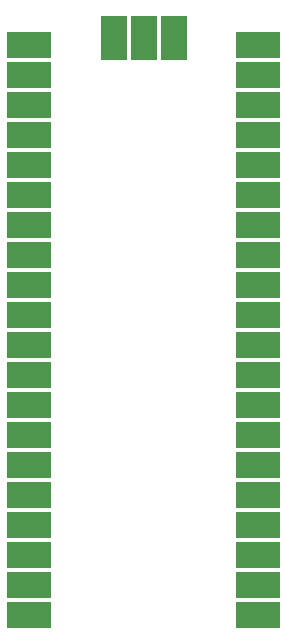
<source format=gbr>
%TF.GenerationSoftware,KiCad,Pcbnew,9.0.2*%
%TF.CreationDate,2025-07-10T20:26:42+02:00*%
%TF.ProjectId,pcb,7063622e-6b69-4636-9164-5f7063625858,rev?*%
%TF.SameCoordinates,Original*%
%TF.FileFunction,Paste,Bot*%
%TF.FilePolarity,Positive*%
%FSLAX46Y46*%
G04 Gerber Fmt 4.6, Leading zero omitted, Abs format (unit mm)*
G04 Created by KiCad (PCBNEW 9.0.2) date 2025-07-10 20:26:42*
%MOMM*%
%LPD*%
G01*
G04 APERTURE LIST*
%ADD10R,3.800000X2.200000*%
%ADD11R,2.200000X3.800000*%
G04 APERTURE END LIST*
D10*
%TO.C,A701*%
X134735000Y-111045000D03*
X134735000Y-113585000D03*
X134735000Y-116125000D03*
X134735000Y-118665000D03*
X134735000Y-121205000D03*
X134735000Y-123745000D03*
X134735000Y-126285000D03*
X134735000Y-128825000D03*
X134735000Y-131365000D03*
X134735000Y-133905000D03*
X134735000Y-136445000D03*
X134735000Y-138985000D03*
X134735000Y-141525000D03*
X134735000Y-144065000D03*
X134735000Y-146605000D03*
X134735000Y-149145000D03*
X134735000Y-151685000D03*
X134735000Y-154225000D03*
X134735000Y-156765000D03*
X134735000Y-159305000D03*
D11*
X141885000Y-110475000D03*
X144425000Y-110475000D03*
X146965000Y-110475000D03*
D10*
X154115000Y-111045000D03*
X154115000Y-113585000D03*
X154115000Y-116125000D03*
X154115000Y-118665000D03*
X154115000Y-121205000D03*
X154115000Y-123745000D03*
X154115000Y-126285000D03*
X154115000Y-128825000D03*
X154115000Y-131365000D03*
X154115000Y-133905000D03*
X154115000Y-136445000D03*
X154115000Y-138985000D03*
X154115000Y-141525000D03*
X154115000Y-144065000D03*
X154115000Y-146605000D03*
X154115000Y-149145000D03*
X154115000Y-151685000D03*
X154115000Y-154225000D03*
X154115000Y-156765000D03*
X154115000Y-159305000D03*
%TD*%
M02*

</source>
